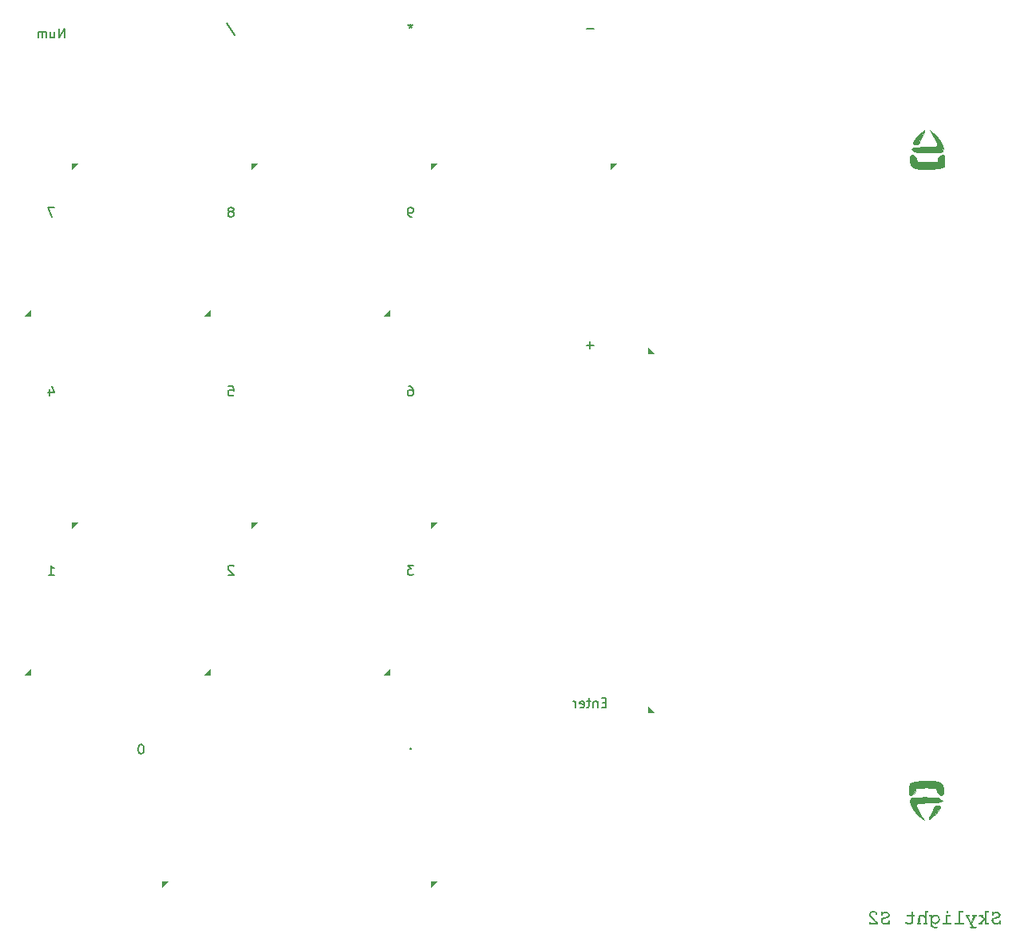
<source format=gbr>
G04 #@! TF.GenerationSoftware,KiCad,Pcbnew,(6.0.5)*
G04 #@! TF.CreationDate,2022-05-22T00:57:22-06:00*
G04 #@! TF.ProjectId,base,62617365-2e6b-4696-9361-645f70636258,rev?*
G04 #@! TF.SameCoordinates,Original*
G04 #@! TF.FileFunction,Legend,Bot*
G04 #@! TF.FilePolarity,Positive*
%FSLAX46Y46*%
G04 Gerber Fmt 4.6, Leading zero omitted, Abs format (unit mm)*
G04 Created by KiCad (PCBNEW (6.0.5)) date 2022-05-22 00:57:22*
%MOMM*%
%LPD*%
G01*
G04 APERTURE LIST*
%ADD10C,0.150000*%
%ADD11C,0.100000*%
%ADD12C,0.010000*%
G04 APERTURE END LIST*
D10*
X109251785Y-114152380D02*
X109823214Y-114152380D01*
X109537500Y-114152380D02*
X109537500Y-113152380D01*
X109632738Y-113295238D01*
X109727976Y-113390476D01*
X109823214Y-113438095D01*
X147637500Y-55652380D02*
X147637500Y-55890476D01*
X147875595Y-55795238D02*
X147637500Y-55890476D01*
X147399404Y-55795238D01*
X147780357Y-56080952D02*
X147637500Y-55890476D01*
X147494642Y-56080952D01*
X147970833Y-113152380D02*
X147351785Y-113152380D01*
X147685119Y-113533333D01*
X147542261Y-113533333D01*
X147447023Y-113580952D01*
X147399404Y-113628571D01*
X147351785Y-113723809D01*
X147351785Y-113961904D01*
X147399404Y-114057142D01*
X147447023Y-114104761D01*
X147542261Y-114152380D01*
X147827976Y-114152380D01*
X147923214Y-114104761D01*
X147970833Y-114057142D01*
X128158928Y-55604761D02*
X129016071Y-56890476D01*
X167068452Y-89765178D02*
X166306547Y-89765178D01*
X166687500Y-90146130D02*
X166687500Y-89384226D01*
X109870833Y-75152380D02*
X109204166Y-75152380D01*
X109632738Y-76152380D01*
X147637500Y-132557142D02*
X147589880Y-132604761D01*
X147637500Y-132652380D01*
X147685119Y-132604761D01*
X147637500Y-132557142D01*
X147637500Y-132652380D01*
X167068452Y-56205428D02*
X166306547Y-56205428D01*
X168377976Y-127722321D02*
X168044642Y-127722321D01*
X167901785Y-128246130D02*
X168377976Y-128246130D01*
X168377976Y-127246130D01*
X167901785Y-127246130D01*
X167473214Y-127579464D02*
X167473214Y-128246130D01*
X167473214Y-127674702D02*
X167425595Y-127627083D01*
X167330357Y-127579464D01*
X167187500Y-127579464D01*
X167092261Y-127627083D01*
X167044642Y-127722321D01*
X167044642Y-128246130D01*
X166711309Y-127579464D02*
X166330357Y-127579464D01*
X166568452Y-127246130D02*
X166568452Y-128103273D01*
X166520833Y-128198511D01*
X166425595Y-128246130D01*
X166330357Y-128246130D01*
X165616071Y-128198511D02*
X165711309Y-128246130D01*
X165901785Y-128246130D01*
X165997023Y-128198511D01*
X166044642Y-128103273D01*
X166044642Y-127722321D01*
X165997023Y-127627083D01*
X165901785Y-127579464D01*
X165711309Y-127579464D01*
X165616071Y-127627083D01*
X165568452Y-127722321D01*
X165568452Y-127817559D01*
X166044642Y-127912797D01*
X165139880Y-128246130D02*
X165139880Y-127579464D01*
X165139880Y-127769940D02*
X165092261Y-127674702D01*
X165044642Y-127627083D01*
X164949404Y-127579464D01*
X164854166Y-127579464D01*
X147827976Y-76152380D02*
X147637500Y-76152380D01*
X147542261Y-76104761D01*
X147494642Y-76057142D01*
X147399404Y-75914285D01*
X147351785Y-75723809D01*
X147351785Y-75342857D01*
X147399404Y-75247619D01*
X147447023Y-75200000D01*
X147542261Y-75152380D01*
X147732738Y-75152380D01*
X147827976Y-75200000D01*
X147875595Y-75247619D01*
X147923214Y-75342857D01*
X147923214Y-75580952D01*
X147875595Y-75676190D01*
X147827976Y-75723809D01*
X147732738Y-75771428D01*
X147542261Y-75771428D01*
X147447023Y-75723809D01*
X147399404Y-75676190D01*
X147351785Y-75580952D01*
X109347023Y-94485714D02*
X109347023Y-95152380D01*
X109585119Y-94104761D02*
X109823214Y-94819047D01*
X109204166Y-94819047D01*
X128349404Y-94152380D02*
X128825595Y-94152380D01*
X128873214Y-94628571D01*
X128825595Y-94580952D01*
X128730357Y-94533333D01*
X128492261Y-94533333D01*
X128397023Y-94580952D01*
X128349404Y-94628571D01*
X128301785Y-94723809D01*
X128301785Y-94961904D01*
X128349404Y-95057142D01*
X128397023Y-95104761D01*
X128492261Y-95152380D01*
X128730357Y-95152380D01*
X128825595Y-95104761D01*
X128873214Y-95057142D01*
X110942261Y-57152380D02*
X110942261Y-56152380D01*
X110370833Y-57152380D01*
X110370833Y-56152380D01*
X109466071Y-56485714D02*
X109466071Y-57152380D01*
X109894642Y-56485714D02*
X109894642Y-57009523D01*
X109847023Y-57104761D01*
X109751785Y-57152380D01*
X109608928Y-57152380D01*
X109513690Y-57104761D01*
X109466071Y-57057142D01*
X108989880Y-57152380D02*
X108989880Y-56485714D01*
X108989880Y-56580952D02*
X108942261Y-56533333D01*
X108847023Y-56485714D01*
X108704166Y-56485714D01*
X108608928Y-56533333D01*
X108561309Y-56628571D01*
X108561309Y-57152380D01*
X108561309Y-56628571D02*
X108513690Y-56533333D01*
X108418452Y-56485714D01*
X108275595Y-56485714D01*
X108180357Y-56533333D01*
X108132738Y-56628571D01*
X108132738Y-57152380D01*
X128682738Y-75580952D02*
X128777976Y-75533333D01*
X128825595Y-75485714D01*
X128873214Y-75390476D01*
X128873214Y-75342857D01*
X128825595Y-75247619D01*
X128777976Y-75200000D01*
X128682738Y-75152380D01*
X128492261Y-75152380D01*
X128397023Y-75200000D01*
X128349404Y-75247619D01*
X128301785Y-75342857D01*
X128301785Y-75390476D01*
X128349404Y-75485714D01*
X128397023Y-75533333D01*
X128492261Y-75580952D01*
X128682738Y-75580952D01*
X128777976Y-75628571D01*
X128825595Y-75676190D01*
X128873214Y-75771428D01*
X128873214Y-75961904D01*
X128825595Y-76057142D01*
X128777976Y-76104761D01*
X128682738Y-76152380D01*
X128492261Y-76152380D01*
X128397023Y-76104761D01*
X128349404Y-76057142D01*
X128301785Y-75961904D01*
X128301785Y-75771428D01*
X128349404Y-75676190D01*
X128397023Y-75628571D01*
X128492261Y-75580952D01*
X128873214Y-113247619D02*
X128825595Y-113200000D01*
X128730357Y-113152380D01*
X128492261Y-113152380D01*
X128397023Y-113200000D01*
X128349404Y-113247619D01*
X128301785Y-113342857D01*
X128301785Y-113438095D01*
X128349404Y-113580952D01*
X128920833Y-114152380D01*
X128301785Y-114152380D01*
X147447023Y-94152380D02*
X147637500Y-94152380D01*
X147732738Y-94200000D01*
X147780357Y-94247619D01*
X147875595Y-94390476D01*
X147923214Y-94580952D01*
X147923214Y-94961904D01*
X147875595Y-95057142D01*
X147827976Y-95104761D01*
X147732738Y-95152380D01*
X147542261Y-95152380D01*
X147447023Y-95104761D01*
X147399404Y-95057142D01*
X147351785Y-94961904D01*
X147351785Y-94723809D01*
X147399404Y-94628571D01*
X147447023Y-94580952D01*
X147542261Y-94533333D01*
X147732738Y-94533333D01*
X147827976Y-94580952D01*
X147875595Y-94628571D01*
X147923214Y-94723809D01*
X119110119Y-132152380D02*
X119014880Y-132152380D01*
X118919642Y-132200000D01*
X118872023Y-132247619D01*
X118824404Y-132342857D01*
X118776785Y-132533333D01*
X118776785Y-132771428D01*
X118824404Y-132961904D01*
X118872023Y-133057142D01*
X118919642Y-133104761D01*
X119014880Y-133152380D01*
X119110119Y-133152380D01*
X119205357Y-133104761D01*
X119252976Y-133057142D01*
X119300595Y-132961904D01*
X119348214Y-132771428D01*
X119348214Y-132533333D01*
X119300595Y-132342857D01*
X119252976Y-132247619D01*
X119205357Y-132200000D01*
X119110119Y-132152380D01*
G36*
X168887500Y-71056250D02*
G01*
X168887500Y-70456250D01*
X169487500Y-70456250D01*
X168887500Y-71056250D01*
G37*
D11*
X168887500Y-71056250D02*
X168887500Y-70456250D01*
X169487500Y-70456250D01*
X168887500Y-71056250D01*
G36*
X121262500Y-147256250D02*
G01*
X121262500Y-146656250D01*
X121862500Y-146656250D01*
X121262500Y-147256250D01*
G37*
X121262500Y-147256250D02*
X121262500Y-146656250D01*
X121862500Y-146656250D01*
X121262500Y-147256250D01*
G36*
X130787500Y-71056250D02*
G01*
X130787500Y-70456250D01*
X131387500Y-70456250D01*
X130787500Y-71056250D01*
G37*
X130787500Y-71056250D02*
X130787500Y-70456250D01*
X131387500Y-70456250D01*
X130787500Y-71056250D01*
G36*
X145437500Y-86706250D02*
G01*
X144837500Y-86706250D01*
X145437500Y-86106250D01*
X145437500Y-86706250D01*
G37*
X145437500Y-86706250D02*
X144837500Y-86706250D01*
X145437500Y-86106250D01*
X145437500Y-86706250D01*
G36*
X107337500Y-86706250D02*
G01*
X106737500Y-86706250D01*
X107337500Y-86106250D01*
X107337500Y-86706250D01*
G37*
X107337500Y-86706250D02*
X106737500Y-86706250D01*
X107337500Y-86106250D01*
X107337500Y-86706250D01*
G36*
X126387500Y-86706250D02*
G01*
X125787500Y-86706250D01*
X126387500Y-86106250D01*
X126387500Y-86706250D01*
G37*
X126387500Y-86706250D02*
X125787500Y-86706250D01*
X126387500Y-86106250D01*
X126387500Y-86706250D01*
G36*
X130787500Y-109156250D02*
G01*
X130787500Y-108556250D01*
X131387500Y-108556250D01*
X130787500Y-109156250D01*
G37*
X130787500Y-109156250D02*
X130787500Y-108556250D01*
X131387500Y-108556250D01*
X130787500Y-109156250D01*
G36*
X107337500Y-124806250D02*
G01*
X106737500Y-124806250D01*
X107337500Y-124206250D01*
X107337500Y-124806250D01*
G37*
X107337500Y-124806250D02*
X106737500Y-124806250D01*
X107337500Y-124206250D01*
X107337500Y-124806250D01*
G36*
X145437500Y-124806250D02*
G01*
X144837500Y-124806250D01*
X145437500Y-124206250D01*
X145437500Y-124806250D01*
G37*
X145437500Y-124806250D02*
X144837500Y-124806250D01*
X145437500Y-124206250D01*
X145437500Y-124806250D01*
G36*
X149837500Y-109156250D02*
G01*
X149837500Y-108556250D01*
X150437500Y-108556250D01*
X149837500Y-109156250D01*
G37*
X149837500Y-109156250D02*
X149837500Y-108556250D01*
X150437500Y-108556250D01*
X149837500Y-109156250D01*
G36*
X126387500Y-124806250D02*
G01*
X125787500Y-124806250D01*
X126387500Y-124206250D01*
X126387500Y-124806250D01*
G37*
X126387500Y-124806250D02*
X125787500Y-124806250D01*
X126387500Y-124206250D01*
X126387500Y-124806250D01*
G36*
X111737500Y-109156250D02*
G01*
X111737500Y-108556250D01*
X112337500Y-108556250D01*
X111737500Y-109156250D01*
G37*
X111737500Y-109156250D02*
X111737500Y-108556250D01*
X112337500Y-108556250D01*
X111737500Y-109156250D01*
G36*
X173450000Y-128768750D02*
G01*
X172850000Y-128768750D01*
X172850000Y-128168750D01*
X173450000Y-128768750D01*
G37*
X173450000Y-128768750D02*
X172850000Y-128768750D01*
X172850000Y-128168750D01*
X173450000Y-128768750D01*
G36*
X173450000Y-90668750D02*
G01*
X172850000Y-90668750D01*
X172850000Y-90068750D01*
X173450000Y-90668750D01*
G37*
X173450000Y-90668750D02*
X172850000Y-90668750D01*
X172850000Y-90068750D01*
X173450000Y-90668750D01*
G36*
X149837500Y-147256250D02*
G01*
X149837500Y-146656250D01*
X150437500Y-146656250D01*
X149837500Y-147256250D01*
G37*
X149837500Y-147256250D02*
X149837500Y-146656250D01*
X150437500Y-146656250D01*
X149837500Y-147256250D01*
G36*
X204183324Y-69571418D02*
G01*
X204239517Y-69676324D01*
X204256781Y-69904641D01*
X204245858Y-70278878D01*
X204220333Y-70820254D01*
X203881667Y-70939172D01*
X203754212Y-70973249D01*
X203446295Y-71025427D01*
X203057765Y-71068782D01*
X202643169Y-71096391D01*
X202238257Y-71104391D01*
X201643500Y-71071810D01*
X201183428Y-70982505D01*
X200867031Y-70838582D01*
X200703300Y-70642144D01*
X200685042Y-70587813D01*
X200635859Y-70320559D01*
X200625910Y-70026348D01*
X200654175Y-69769307D01*
X200719637Y-69613563D01*
X200846936Y-69570830D01*
X201022440Y-69637439D01*
X201196880Y-69788692D01*
X201330613Y-69989350D01*
X201384000Y-70204172D01*
X201389030Y-70245787D01*
X201429222Y-70294688D01*
X201532267Y-70326387D01*
X201724779Y-70344524D01*
X202033374Y-70352737D01*
X202484667Y-70354666D01*
X202865562Y-70353664D01*
X203196392Y-70347543D01*
X203406892Y-70332310D01*
X203523954Y-70303997D01*
X203574470Y-70258635D01*
X203585333Y-70192258D01*
X203593007Y-70067734D01*
X203694474Y-69814033D01*
X203935781Y-69628908D01*
X204077464Y-69567410D01*
X204183324Y-69571418D01*
G37*
D12*
X204183324Y-69571418D02*
X204239517Y-69676324D01*
X204256781Y-69904641D01*
X204245858Y-70278878D01*
X204220333Y-70820254D01*
X203881667Y-70939172D01*
X203754212Y-70973249D01*
X203446295Y-71025427D01*
X203057765Y-71068782D01*
X202643169Y-71096391D01*
X202238257Y-71104391D01*
X201643500Y-71071810D01*
X201183428Y-70982505D01*
X200867031Y-70838582D01*
X200703300Y-70642144D01*
X200685042Y-70587813D01*
X200635859Y-70320559D01*
X200625910Y-70026348D01*
X200654175Y-69769307D01*
X200719637Y-69613563D01*
X200846936Y-69570830D01*
X201022440Y-69637439D01*
X201196880Y-69788692D01*
X201330613Y-69989350D01*
X201384000Y-70204172D01*
X201389030Y-70245787D01*
X201429222Y-70294688D01*
X201532267Y-70326387D01*
X201724779Y-70344524D01*
X202033374Y-70352737D01*
X202484667Y-70354666D01*
X202865562Y-70353664D01*
X203196392Y-70347543D01*
X203406892Y-70332310D01*
X203523954Y-70303997D01*
X203574470Y-70258635D01*
X203585333Y-70192258D01*
X203593007Y-70067734D01*
X203694474Y-69814033D01*
X203935781Y-69628908D01*
X204077464Y-69567410D01*
X204183324Y-69571418D01*
G36*
X202164702Y-67019640D02*
G01*
X202109835Y-67180476D01*
X201992948Y-67412500D01*
X201891048Y-67603912D01*
X201741597Y-67920063D01*
X201639931Y-68179257D01*
X201630228Y-68209334D01*
X201550468Y-68401124D01*
X201448319Y-68475523D01*
X201270030Y-68475591D01*
X201069312Y-68427935D01*
X200969558Y-68313858D01*
X201007642Y-68129431D01*
X201185244Y-67867811D01*
X201504044Y-67522153D01*
X201633670Y-67394999D01*
X201870772Y-67175836D01*
X202053633Y-67024473D01*
X202150646Y-66968000D01*
X202164702Y-67019640D01*
G37*
X202164702Y-67019640D02*
X202109835Y-67180476D01*
X201992948Y-67412500D01*
X201891048Y-67603912D01*
X201741597Y-67920063D01*
X201639931Y-68179257D01*
X201630228Y-68209334D01*
X201550468Y-68401124D01*
X201448319Y-68475523D01*
X201270030Y-68475591D01*
X201069312Y-68427935D01*
X200969558Y-68313858D01*
X201007642Y-68129431D01*
X201185244Y-67867811D01*
X201504044Y-67522153D01*
X201633670Y-67394999D01*
X201870772Y-67175836D01*
X202053633Y-67024473D01*
X202150646Y-66968000D01*
X202164702Y-67019640D01*
G36*
X203020452Y-67189792D02*
G01*
X203322116Y-67467837D01*
X203641558Y-67841143D01*
X203895441Y-68226526D01*
X204067392Y-68594159D01*
X204141041Y-68914209D01*
X204100015Y-69156848D01*
X204069420Y-69207605D01*
X204012922Y-69260835D01*
X203916451Y-69297293D01*
X203754136Y-69320140D01*
X203500105Y-69332542D01*
X203128487Y-69337663D01*
X202613409Y-69338666D01*
X202193971Y-69338129D01*
X201791415Y-69333989D01*
X201507318Y-69322647D01*
X201313231Y-69300514D01*
X201180708Y-69264004D01*
X201081298Y-69209528D01*
X200986554Y-69133499D01*
X200749000Y-68928331D01*
X200987345Y-68837166D01*
X200994917Y-68834453D01*
X201180050Y-68800003D01*
X201490063Y-68771889D01*
X201883581Y-68752944D01*
X202319232Y-68746000D01*
X202397135Y-68745993D01*
X202821264Y-68744482D01*
X203108851Y-68736832D01*
X203288372Y-68718029D01*
X203388308Y-68683060D01*
X203437134Y-68626909D01*
X203463331Y-68544564D01*
X203464239Y-68398884D01*
X203372854Y-68097473D01*
X203179320Y-67699632D01*
X202890838Y-67222000D01*
X202697777Y-66925666D01*
X203020452Y-67189792D01*
G37*
X203020452Y-67189792D02*
X203322116Y-67467837D01*
X203641558Y-67841143D01*
X203895441Y-68226526D01*
X204067392Y-68594159D01*
X204141041Y-68914209D01*
X204100015Y-69156848D01*
X204069420Y-69207605D01*
X204012922Y-69260835D01*
X203916451Y-69297293D01*
X203754136Y-69320140D01*
X203500105Y-69332542D01*
X203128487Y-69337663D01*
X202613409Y-69338666D01*
X202193971Y-69338129D01*
X201791415Y-69333989D01*
X201507318Y-69322647D01*
X201313231Y-69300514D01*
X201180708Y-69264004D01*
X201081298Y-69209528D01*
X200986554Y-69133499D01*
X200749000Y-68928331D01*
X200987345Y-68837166D01*
X200994917Y-68834453D01*
X201180050Y-68800003D01*
X201490063Y-68771889D01*
X201883581Y-68752944D01*
X202319232Y-68746000D01*
X202397135Y-68745993D01*
X202821264Y-68744482D01*
X203108851Y-68736832D01*
X203288372Y-68718029D01*
X203388308Y-68683060D01*
X203437134Y-68626909D01*
X203463331Y-68544564D01*
X203464239Y-68398884D01*
X203372854Y-68097473D01*
X203179320Y-67699632D01*
X202890838Y-67222000D01*
X202697777Y-66925666D01*
X203020452Y-67189792D01*
G36*
X203156500Y-136028190D02*
G01*
X203616572Y-136117495D01*
X203932969Y-136261418D01*
X204096700Y-136457856D01*
X204114958Y-136512187D01*
X204164141Y-136779441D01*
X204174090Y-137073652D01*
X204145825Y-137330693D01*
X204080363Y-137486437D01*
X203953064Y-137529170D01*
X203777560Y-137462561D01*
X203603120Y-137311308D01*
X203469387Y-137110650D01*
X203416000Y-136895828D01*
X203410970Y-136854213D01*
X203370778Y-136805312D01*
X203267733Y-136773613D01*
X203075221Y-136755476D01*
X202766626Y-136747263D01*
X202315333Y-136745334D01*
X201934438Y-136746336D01*
X201603608Y-136752457D01*
X201393108Y-136767690D01*
X201276046Y-136796003D01*
X201225530Y-136841365D01*
X201214667Y-136907742D01*
X201206993Y-137032266D01*
X201105526Y-137285967D01*
X200864219Y-137471092D01*
X200722536Y-137532590D01*
X200616676Y-137528582D01*
X200560483Y-137423676D01*
X200543219Y-137195359D01*
X200554142Y-136821122D01*
X200579667Y-136279746D01*
X200918333Y-136160828D01*
X201045788Y-136126751D01*
X201353705Y-136074573D01*
X201742235Y-136031218D01*
X202156831Y-136003609D01*
X202561743Y-135995609D01*
X203156500Y-136028190D01*
G37*
X203156500Y-136028190D02*
X203616572Y-136117495D01*
X203932969Y-136261418D01*
X204096700Y-136457856D01*
X204114958Y-136512187D01*
X204164141Y-136779441D01*
X204174090Y-137073652D01*
X204145825Y-137330693D01*
X204080363Y-137486437D01*
X203953064Y-137529170D01*
X203777560Y-137462561D01*
X203603120Y-137311308D01*
X203469387Y-137110650D01*
X203416000Y-136895828D01*
X203410970Y-136854213D01*
X203370778Y-136805312D01*
X203267733Y-136773613D01*
X203075221Y-136755476D01*
X202766626Y-136747263D01*
X202315333Y-136745334D01*
X201934438Y-136746336D01*
X201603608Y-136752457D01*
X201393108Y-136767690D01*
X201276046Y-136796003D01*
X201225530Y-136841365D01*
X201214667Y-136907742D01*
X201206993Y-137032266D01*
X201105526Y-137285967D01*
X200864219Y-137471092D01*
X200722536Y-137532590D01*
X200616676Y-137528582D01*
X200560483Y-137423676D01*
X200543219Y-137195359D01*
X200554142Y-136821122D01*
X200579667Y-136279746D01*
X200918333Y-136160828D01*
X201045788Y-136126751D01*
X201353705Y-136074573D01*
X201742235Y-136031218D01*
X202156831Y-136003609D01*
X202561743Y-135995609D01*
X203156500Y-136028190D01*
G36*
X203730688Y-138672065D02*
G01*
X203830442Y-138786142D01*
X203792358Y-138970569D01*
X203614756Y-139232189D01*
X203295956Y-139577847D01*
X203166330Y-139705001D01*
X202929228Y-139924164D01*
X202746367Y-140075527D01*
X202649354Y-140132000D01*
X202635298Y-140080360D01*
X202690165Y-139919524D01*
X202807052Y-139687500D01*
X202908952Y-139496088D01*
X203058403Y-139179937D01*
X203160069Y-138920743D01*
X203169772Y-138890666D01*
X203249532Y-138698876D01*
X203351681Y-138624477D01*
X203529970Y-138624409D01*
X203730688Y-138672065D01*
G37*
X203730688Y-138672065D02*
X203830442Y-138786142D01*
X203792358Y-138970569D01*
X203614756Y-139232189D01*
X203295956Y-139577847D01*
X203166330Y-139705001D01*
X202929228Y-139924164D01*
X202746367Y-140075527D01*
X202649354Y-140132000D01*
X202635298Y-140080360D01*
X202690165Y-139919524D01*
X202807052Y-139687500D01*
X202908952Y-139496088D01*
X203058403Y-139179937D01*
X203160069Y-138920743D01*
X203169772Y-138890666D01*
X203249532Y-138698876D01*
X203351681Y-138624477D01*
X203529970Y-138624409D01*
X203730688Y-138672065D01*
G36*
X202606029Y-137761871D02*
G01*
X203008585Y-137766011D01*
X203292682Y-137777353D01*
X203486769Y-137799486D01*
X203619292Y-137835996D01*
X203718702Y-137890472D01*
X203813446Y-137966501D01*
X204051000Y-138171669D01*
X203812655Y-138262834D01*
X203805083Y-138265547D01*
X203619950Y-138299997D01*
X203309937Y-138328111D01*
X202916419Y-138347056D01*
X202480768Y-138354000D01*
X202402865Y-138354007D01*
X201978736Y-138355518D01*
X201691149Y-138363168D01*
X201511628Y-138381971D01*
X201411692Y-138416940D01*
X201362866Y-138473091D01*
X201336669Y-138555436D01*
X201335761Y-138701116D01*
X201427146Y-139002527D01*
X201620680Y-139400368D01*
X201909162Y-139878000D01*
X202102223Y-140174334D01*
X201779548Y-139910208D01*
X201477884Y-139632163D01*
X201158442Y-139258857D01*
X200904559Y-138873474D01*
X200732608Y-138505841D01*
X200658959Y-138185791D01*
X200699985Y-137943152D01*
X200730580Y-137892395D01*
X200787078Y-137839165D01*
X200883549Y-137802707D01*
X201045864Y-137779860D01*
X201299895Y-137767458D01*
X201671513Y-137762337D01*
X202186591Y-137761334D01*
X202606029Y-137761871D01*
G37*
X202606029Y-137761871D02*
X203008585Y-137766011D01*
X203292682Y-137777353D01*
X203486769Y-137799486D01*
X203619292Y-137835996D01*
X203718702Y-137890472D01*
X203813446Y-137966501D01*
X204051000Y-138171669D01*
X203812655Y-138262834D01*
X203805083Y-138265547D01*
X203619950Y-138299997D01*
X203309937Y-138328111D01*
X202916419Y-138347056D01*
X202480768Y-138354000D01*
X202402865Y-138354007D01*
X201978736Y-138355518D01*
X201691149Y-138363168D01*
X201511628Y-138381971D01*
X201411692Y-138416940D01*
X201362866Y-138473091D01*
X201336669Y-138555436D01*
X201335761Y-138701116D01*
X201427146Y-139002527D01*
X201620680Y-139400368D01*
X201909162Y-139878000D01*
X202102223Y-140174334D01*
X201779548Y-139910208D01*
X201477884Y-139632163D01*
X201158442Y-139258857D01*
X200904559Y-138873474D01*
X200732608Y-138505841D01*
X200658959Y-138185791D01*
X200699985Y-137943152D01*
X200730580Y-137892395D01*
X200787078Y-137839165D01*
X200883549Y-137802707D01*
X201045864Y-137779860D01*
X201299895Y-137767458D01*
X201671513Y-137762337D01*
X202186591Y-137761334D01*
X202606029Y-137761871D01*
G36*
X149837500Y-71056250D02*
G01*
X149837500Y-70456250D01*
X150437500Y-70456250D01*
X149837500Y-71056250D01*
G37*
D11*
X149837500Y-71056250D02*
X149837500Y-70456250D01*
X150437500Y-70456250D01*
X149837500Y-71056250D01*
G36*
X111737500Y-71056250D02*
G01*
X111737500Y-70456250D01*
X112337500Y-70456250D01*
X111737500Y-71056250D01*
G37*
X111737500Y-71056250D02*
X111737500Y-70456250D01*
X112337500Y-70456250D01*
X111737500Y-71056250D01*
G36*
X204604429Y-150026285D02*
G01*
X204477429Y-150026285D01*
X204477429Y-149790428D01*
X204604429Y-149790428D01*
X204604429Y-150026285D01*
G37*
D12*
X204604429Y-150026285D02*
X204477429Y-150026285D01*
X204477429Y-149790428D01*
X204604429Y-149790428D01*
X204604429Y-150026285D01*
G36*
X206727143Y-150248442D02*
G01*
X206783996Y-150250440D01*
X206837680Y-150254362D01*
X206867814Y-150261504D01*
X206881829Y-150273978D01*
X206887155Y-150293893D01*
X206888392Y-150305102D01*
X206883762Y-150324677D01*
X206860598Y-150332986D01*
X206810047Y-150334714D01*
X206784506Y-150335594D01*
X206743374Y-150342055D01*
X206727143Y-150352730D01*
X206727164Y-150353104D01*
X206735602Y-150375900D01*
X206757331Y-150424093D01*
X206789447Y-150491876D01*
X206829046Y-150573439D01*
X206873224Y-150662974D01*
X206919078Y-150754671D01*
X206963703Y-150842722D01*
X207004196Y-150921318D01*
X207037654Y-150984649D01*
X207061171Y-151026908D01*
X207071845Y-151042286D01*
X207074428Y-151039501D01*
X207090921Y-151011795D01*
X207119980Y-150958170D01*
X207159148Y-150883297D01*
X207205966Y-150791850D01*
X207257977Y-150688500D01*
X207434594Y-150334714D01*
X207352442Y-150334714D01*
X207329290Y-150334195D01*
X207280766Y-150325802D01*
X207259144Y-150305669D01*
X207255984Y-150294305D01*
X207263240Y-150270241D01*
X207296243Y-150255234D01*
X207358336Y-150248297D01*
X207452857Y-150248442D01*
X207509710Y-150250440D01*
X207563394Y-150254362D01*
X207593529Y-150261504D01*
X207607544Y-150273978D01*
X207612869Y-150293893D01*
X207613555Y-150299399D01*
X207607854Y-150327486D01*
X207576268Y-150334714D01*
X207568136Y-150335638D01*
X207552807Y-150343439D01*
X207534792Y-150362217D01*
X207511917Y-150395592D01*
X207482007Y-150447184D01*
X207442887Y-150520614D01*
X207392383Y-150619500D01*
X207328321Y-150747464D01*
X207122773Y-151160214D01*
X207201636Y-151323500D01*
X207280500Y-151486786D01*
X207448321Y-151492002D01*
X207512450Y-151494358D01*
X207567977Y-151498378D01*
X207599252Y-151505030D01*
X207613049Y-151515963D01*
X207616143Y-151532823D01*
X207615103Y-151543608D01*
X207608180Y-151553627D01*
X207590283Y-151560514D01*
X207556350Y-151564853D01*
X207501320Y-151567229D01*
X207420128Y-151568226D01*
X207307714Y-151568428D01*
X207209508Y-151568300D01*
X207124159Y-151567481D01*
X207065691Y-151565374D01*
X207029038Y-151561383D01*
X207009130Y-151554911D01*
X207000902Y-151545363D01*
X206999286Y-151532143D01*
X206999317Y-151529536D01*
X207005782Y-151508089D01*
X207029908Y-151498231D01*
X207080928Y-151495857D01*
X207097580Y-151495549D01*
X207145529Y-151488778D01*
X207162571Y-151474093D01*
X207157747Y-151460248D01*
X207138600Y-151416595D01*
X207106606Y-151347416D01*
X207063617Y-151256616D01*
X207011482Y-151148097D01*
X206952056Y-151025765D01*
X206887188Y-150893521D01*
X206847536Y-150813260D01*
X206776436Y-150670771D01*
X206718594Y-150557304D01*
X206672581Y-150470271D01*
X206636965Y-150407083D01*
X206610315Y-150365153D01*
X206591200Y-150341892D01*
X206578190Y-150334714D01*
X206569229Y-150333905D01*
X206540506Y-150316299D01*
X206531271Y-150286798D01*
X206547606Y-150260218D01*
X206553605Y-150257665D01*
X206592217Y-150251458D01*
X206653473Y-150248160D01*
X206727143Y-150248442D01*
G37*
X206727143Y-150248442D02*
X206783996Y-150250440D01*
X206837680Y-150254362D01*
X206867814Y-150261504D01*
X206881829Y-150273978D01*
X206887155Y-150293893D01*
X206888392Y-150305102D01*
X206883762Y-150324677D01*
X206860598Y-150332986D01*
X206810047Y-150334714D01*
X206784506Y-150335594D01*
X206743374Y-150342055D01*
X206727143Y-150352730D01*
X206727164Y-150353104D01*
X206735602Y-150375900D01*
X206757331Y-150424093D01*
X206789447Y-150491876D01*
X206829046Y-150573439D01*
X206873224Y-150662974D01*
X206919078Y-150754671D01*
X206963703Y-150842722D01*
X207004196Y-150921318D01*
X207037654Y-150984649D01*
X207061171Y-151026908D01*
X207071845Y-151042286D01*
X207074428Y-151039501D01*
X207090921Y-151011795D01*
X207119980Y-150958170D01*
X207159148Y-150883297D01*
X207205966Y-150791850D01*
X207257977Y-150688500D01*
X207434594Y-150334714D01*
X207352442Y-150334714D01*
X207329290Y-150334195D01*
X207280766Y-150325802D01*
X207259144Y-150305669D01*
X207255984Y-150294305D01*
X207263240Y-150270241D01*
X207296243Y-150255234D01*
X207358336Y-150248297D01*
X207452857Y-150248442D01*
X207509710Y-150250440D01*
X207563394Y-150254362D01*
X207593529Y-150261504D01*
X207607544Y-150273978D01*
X207612869Y-150293893D01*
X207613555Y-150299399D01*
X207607854Y-150327486D01*
X207576268Y-150334714D01*
X207568136Y-150335638D01*
X207552807Y-150343439D01*
X207534792Y-150362217D01*
X207511917Y-150395592D01*
X207482007Y-150447184D01*
X207442887Y-150520614D01*
X207392383Y-150619500D01*
X207328321Y-150747464D01*
X207122773Y-151160214D01*
X207201636Y-151323500D01*
X207280500Y-151486786D01*
X207448321Y-151492002D01*
X207512450Y-151494358D01*
X207567977Y-151498378D01*
X207599252Y-151505030D01*
X207613049Y-151515963D01*
X207616143Y-151532823D01*
X207615103Y-151543608D01*
X207608180Y-151553627D01*
X207590283Y-151560514D01*
X207556350Y-151564853D01*
X207501320Y-151567229D01*
X207420128Y-151568226D01*
X207307714Y-151568428D01*
X207209508Y-151568300D01*
X207124159Y-151567481D01*
X207065691Y-151565374D01*
X207029038Y-151561383D01*
X207009130Y-151554911D01*
X207000902Y-151545363D01*
X206999286Y-151532143D01*
X206999317Y-151529536D01*
X207005782Y-151508089D01*
X207029908Y-151498231D01*
X207080928Y-151495857D01*
X207097580Y-151495549D01*
X207145529Y-151488778D01*
X207162571Y-151474093D01*
X207157747Y-151460248D01*
X207138600Y-151416595D01*
X207106606Y-151347416D01*
X207063617Y-151256616D01*
X207011482Y-151148097D01*
X206952056Y-151025765D01*
X206887188Y-150893521D01*
X206847536Y-150813260D01*
X206776436Y-150670771D01*
X206718594Y-150557304D01*
X206672581Y-150470271D01*
X206636965Y-150407083D01*
X206610315Y-150365153D01*
X206591200Y-150341892D01*
X206578190Y-150334714D01*
X206569229Y-150333905D01*
X206540506Y-150316299D01*
X206531271Y-150286798D01*
X206547606Y-150260218D01*
X206553605Y-150257665D01*
X206592217Y-150251458D01*
X206653473Y-150248160D01*
X206727143Y-150248442D01*
G36*
X204807973Y-150251600D02*
G01*
X204853130Y-150261937D01*
X204872796Y-150279637D01*
X204870713Y-150305669D01*
X204859497Y-150319538D01*
X204832534Y-150328782D01*
X204783285Y-150333434D01*
X204704784Y-150334714D01*
X204550000Y-150334714D01*
X204550000Y-151078571D01*
X204748501Y-151078571D01*
X204772096Y-151078626D01*
X204861722Y-151080693D01*
X204920737Y-151086781D01*
X204953757Y-151098298D01*
X204965395Y-151116656D01*
X204960267Y-151143264D01*
X204959815Y-151144311D01*
X204950902Y-151152504D01*
X204930372Y-151158624D01*
X204894115Y-151162868D01*
X204838021Y-151165436D01*
X204757981Y-151166527D01*
X204649885Y-151166340D01*
X204509624Y-151165073D01*
X204470011Y-151164632D01*
X204341407Y-151163020D01*
X204243723Y-151161209D01*
X204172713Y-151158801D01*
X204124134Y-151155399D01*
X204093739Y-151150608D01*
X204077284Y-151144030D01*
X204070524Y-151135269D01*
X204069214Y-151123928D01*
X204069330Y-151119213D01*
X204073673Y-151104585D01*
X204088971Y-151094947D01*
X204121554Y-151088951D01*
X204177757Y-151085250D01*
X204263911Y-151082497D01*
X204458608Y-151077350D01*
X204463482Y-150665211D01*
X204468357Y-150253071D01*
X204649786Y-150248474D01*
X204733586Y-150247657D01*
X204807973Y-150251600D01*
G37*
X204807973Y-150251600D02*
X204853130Y-150261937D01*
X204872796Y-150279637D01*
X204870713Y-150305669D01*
X204859497Y-150319538D01*
X204832534Y-150328782D01*
X204783285Y-150333434D01*
X204704784Y-150334714D01*
X204550000Y-150334714D01*
X204550000Y-151078571D01*
X204748501Y-151078571D01*
X204772096Y-151078626D01*
X204861722Y-151080693D01*
X204920737Y-151086781D01*
X204953757Y-151098298D01*
X204965395Y-151116656D01*
X204960267Y-151143264D01*
X204959815Y-151144311D01*
X204950902Y-151152504D01*
X204930372Y-151158624D01*
X204894115Y-151162868D01*
X204838021Y-151165436D01*
X204757981Y-151166527D01*
X204649885Y-151166340D01*
X204509624Y-151165073D01*
X204470011Y-151164632D01*
X204341407Y-151163020D01*
X204243723Y-151161209D01*
X204172713Y-151158801D01*
X204124134Y-151155399D01*
X204093739Y-151150608D01*
X204077284Y-151144030D01*
X204070524Y-151135269D01*
X204069214Y-151123928D01*
X204069330Y-151119213D01*
X204073673Y-151104585D01*
X204088971Y-151094947D01*
X204121554Y-151088951D01*
X204177757Y-151085250D01*
X204263911Y-151082497D01*
X204458608Y-151077350D01*
X204463482Y-150665211D01*
X204468357Y-150253071D01*
X204649786Y-150248474D01*
X204733586Y-150247657D01*
X204807973Y-150251600D01*
G36*
X209824464Y-149909959D02*
G01*
X209881422Y-149916873D01*
X209928084Y-149931962D01*
X209977671Y-149958089D01*
X210044637Y-150007249D01*
X210109767Y-150087260D01*
X210144702Y-150178187D01*
X210147568Y-150274461D01*
X210116488Y-150370509D01*
X210081783Y-150423055D01*
X210030142Y-150469430D01*
X209958638Y-150507469D01*
X209861797Y-150540028D01*
X209734145Y-150569963D01*
X209731045Y-150570597D01*
X209607682Y-150599300D01*
X209516247Y-150629828D01*
X209452504Y-150665390D01*
X209412218Y-150709193D01*
X209391152Y-150764446D01*
X209385071Y-150834356D01*
X209385144Y-150847075D01*
X209389844Y-150905558D01*
X209406036Y-150947178D01*
X209439500Y-150988285D01*
X209498815Y-151042854D01*
X209563030Y-151079824D01*
X209639170Y-151098836D01*
X209738857Y-151104399D01*
X209778471Y-151104066D01*
X209847708Y-151098974D01*
X209900986Y-151085573D01*
X209952198Y-151061040D01*
X210005004Y-151025817D01*
X210067821Y-150956345D01*
X210100992Y-150870308D01*
X210117979Y-150828380D01*
X210152952Y-150809614D01*
X210160398Y-150808621D01*
X210176403Y-150809446D01*
X210185887Y-150820717D01*
X210190185Y-150848890D01*
X210190633Y-150900420D01*
X210188566Y-150981761D01*
X210186764Y-151034545D01*
X210182763Y-151099386D01*
X210176432Y-151138472D01*
X210166432Y-151158434D01*
X210151427Y-151165905D01*
X210147771Y-151166465D01*
X210123145Y-151156649D01*
X210108388Y-151116475D01*
X210097280Y-151060934D01*
X210045529Y-151104479D01*
X209997096Y-151137910D01*
X209930678Y-151167162D01*
X209838643Y-151194319D01*
X209810445Y-151197652D01*
X209754426Y-151198644D01*
X209687967Y-151196091D01*
X209603904Y-151184148D01*
X209493301Y-151145123D01*
X209403303Y-151084346D01*
X209337042Y-151005903D01*
X209297649Y-150913882D01*
X209288256Y-150812367D01*
X209311993Y-150705445D01*
X209332842Y-150660258D01*
X209365638Y-150615521D01*
X209411531Y-150578324D01*
X209475125Y-150546438D01*
X209561021Y-150517635D01*
X209673820Y-150489687D01*
X209818123Y-150460365D01*
X209848835Y-150453757D01*
X209926617Y-150425532D01*
X209990480Y-150379731D01*
X209996771Y-150373916D01*
X210035102Y-150332359D01*
X210052350Y-150292480D01*
X210056357Y-150237330D01*
X210052123Y-150182156D01*
X210033765Y-150138137D01*
X209993662Y-150090616D01*
X209974331Y-150072326D01*
X209892444Y-150020776D01*
X209800182Y-149994279D01*
X209704582Y-149991559D01*
X209612680Y-150011340D01*
X209531512Y-150052345D01*
X209468115Y-150113299D01*
X209429525Y-150192925D01*
X209424436Y-150210136D01*
X209403770Y-150250199D01*
X209375301Y-150262143D01*
X209361811Y-150260635D01*
X209349891Y-150250493D01*
X209343236Y-150224742D01*
X209340344Y-150176494D01*
X209339714Y-150098857D01*
X209340066Y-150034475D01*
X209342328Y-149980845D01*
X209348048Y-149951089D01*
X209358760Y-149938300D01*
X209376000Y-149935571D01*
X209399457Y-149941535D01*
X209412286Y-149971857D01*
X209412323Y-149986131D01*
X209415449Y-150002011D01*
X209428668Y-150003300D01*
X209459214Y-149989035D01*
X209514322Y-149958250D01*
X209561986Y-149933816D01*
X209610483Y-149917733D01*
X209667924Y-149910216D01*
X209747929Y-149908357D01*
X209824464Y-149909959D01*
G37*
X209824464Y-149909959D02*
X209881422Y-149916873D01*
X209928084Y-149931962D01*
X209977671Y-149958089D01*
X210044637Y-150007249D01*
X210109767Y-150087260D01*
X210144702Y-150178187D01*
X210147568Y-150274461D01*
X210116488Y-150370509D01*
X210081783Y-150423055D01*
X210030142Y-150469430D01*
X209958638Y-150507469D01*
X209861797Y-150540028D01*
X209734145Y-150569963D01*
X209731045Y-150570597D01*
X209607682Y-150599300D01*
X209516247Y-150629828D01*
X209452504Y-150665390D01*
X209412218Y-150709193D01*
X209391152Y-150764446D01*
X209385071Y-150834356D01*
X209385144Y-150847075D01*
X209389844Y-150905558D01*
X209406036Y-150947178D01*
X209439500Y-150988285D01*
X209498815Y-151042854D01*
X209563030Y-151079824D01*
X209639170Y-151098836D01*
X209738857Y-151104399D01*
X209778471Y-151104066D01*
X209847708Y-151098974D01*
X209900986Y-151085573D01*
X209952198Y-151061040D01*
X210005004Y-151025817D01*
X210067821Y-150956345D01*
X210100992Y-150870308D01*
X210117979Y-150828380D01*
X210152952Y-150809614D01*
X210160398Y-150808621D01*
X210176403Y-150809446D01*
X210185887Y-150820717D01*
X210190185Y-150848890D01*
X210190633Y-150900420D01*
X210188566Y-150981761D01*
X210186764Y-151034545D01*
X210182763Y-151099386D01*
X210176432Y-151138472D01*
X210166432Y-151158434D01*
X210151427Y-151165905D01*
X210147771Y-151166465D01*
X210123145Y-151156649D01*
X210108388Y-151116475D01*
X210097280Y-151060934D01*
X210045529Y-151104479D01*
X209997096Y-151137910D01*
X209930678Y-151167162D01*
X209838643Y-151194319D01*
X209810445Y-151197652D01*
X209754426Y-151198644D01*
X209687967Y-151196091D01*
X209603904Y-151184148D01*
X209493301Y-151145123D01*
X209403303Y-151084346D01*
X209337042Y-151005903D01*
X209297649Y-150913882D01*
X209288256Y-150812367D01*
X209311993Y-150705445D01*
X209332842Y-150660258D01*
X209365638Y-150615521D01*
X209411531Y-150578324D01*
X209475125Y-150546438D01*
X209561021Y-150517635D01*
X209673820Y-150489687D01*
X209818123Y-150460365D01*
X209848835Y-150453757D01*
X209926617Y-150425532D01*
X209990480Y-150379731D01*
X209996771Y-150373916D01*
X210035102Y-150332359D01*
X210052350Y-150292480D01*
X210056357Y-150237330D01*
X210052123Y-150182156D01*
X210033765Y-150138137D01*
X209993662Y-150090616D01*
X209974331Y-150072326D01*
X209892444Y-150020776D01*
X209800182Y-149994279D01*
X209704582Y-149991559D01*
X209612680Y-150011340D01*
X209531512Y-150052345D01*
X209468115Y-150113299D01*
X209429525Y-150192925D01*
X209424436Y-150210136D01*
X209403770Y-150250199D01*
X209375301Y-150262143D01*
X209361811Y-150260635D01*
X209349891Y-150250493D01*
X209343236Y-150224742D01*
X209340344Y-150176494D01*
X209339714Y-150098857D01*
X209340066Y-150034475D01*
X209342328Y-149980845D01*
X209348048Y-149951089D01*
X209358760Y-149938300D01*
X209376000Y-149935571D01*
X209399457Y-149941535D01*
X209412286Y-149971857D01*
X209412323Y-149986131D01*
X209415449Y-150002011D01*
X209428668Y-150003300D01*
X209459214Y-149989035D01*
X209514322Y-149958250D01*
X209561986Y-149933816D01*
X209610483Y-149917733D01*
X209667924Y-149910216D01*
X209747929Y-149908357D01*
X209824464Y-149909959D01*
G36*
X198124537Y-149916553D02*
G01*
X198200987Y-149949616D01*
X198279599Y-150008557D01*
X198342917Y-150081784D01*
X198380635Y-150159522D01*
X198391168Y-150230644D01*
X198378658Y-150329963D01*
X198337074Y-150418635D01*
X198290926Y-150460629D01*
X198208630Y-150502418D01*
X198093753Y-150540766D01*
X197948170Y-150574919D01*
X197946670Y-150575217D01*
X197859106Y-150593529D01*
X197798310Y-150609602D01*
X197755376Y-150627041D01*
X197721396Y-150649451D01*
X197687464Y-150680437D01*
X197649340Y-150722359D01*
X197625723Y-150765805D01*
X197619429Y-150815159D01*
X197634822Y-150909709D01*
X197682626Y-150991526D01*
X197762251Y-151056273D01*
X197800172Y-151076828D01*
X197848381Y-151094671D01*
X197904301Y-151102903D01*
X197982140Y-151104653D01*
X198011938Y-151104121D01*
X198108351Y-151094939D01*
X198172786Y-151074761D01*
X198191484Y-151063906D01*
X198261087Y-151008429D01*
X198314826Y-150942133D01*
X198343343Y-150875928D01*
X198344975Y-150868457D01*
X198362384Y-150827671D01*
X198391244Y-150815500D01*
X198406556Y-150817713D01*
X198417483Y-150829332D01*
X198423574Y-150857086D01*
X198426214Y-150907689D01*
X198426786Y-150987857D01*
X198426308Y-151064114D01*
X198423869Y-151116249D01*
X198418057Y-151145159D01*
X198407463Y-151157571D01*
X198390678Y-151160214D01*
X198361351Y-151148468D01*
X198345321Y-151107485D01*
X198338855Y-151077174D01*
X198328918Y-151067603D01*
X198310178Y-151086003D01*
X198278709Y-151114931D01*
X198206477Y-151155620D01*
X198114411Y-151186877D01*
X198023298Y-151198540D01*
X197917366Y-151194590D01*
X197813817Y-151176474D01*
X197728790Y-151145906D01*
X197679380Y-151115526D01*
X197605924Y-151044535D01*
X197556897Y-150960099D01*
X197532692Y-150868536D01*
X197533705Y-150776165D01*
X197560331Y-150689305D01*
X197612964Y-150614272D01*
X197692000Y-150557387D01*
X197712161Y-150548477D01*
X197778458Y-150525375D01*
X197861508Y-150501928D01*
X197948020Y-150482047D01*
X198013120Y-150468056D01*
X198125413Y-150436738D01*
X198206623Y-150401002D01*
X198260269Y-150358452D01*
X198289875Y-150306693D01*
X198298961Y-150243329D01*
X198291720Y-150189373D01*
X198251155Y-150109838D01*
X198174870Y-150036478D01*
X198153974Y-150022869D01*
X198115458Y-150008282D01*
X198061855Y-150001033D01*
X197982639Y-149999071D01*
X197950502Y-149999196D01*
X197887387Y-150001680D01*
X197844240Y-150009759D01*
X197809296Y-150026548D01*
X197770791Y-150055163D01*
X197713614Y-150115591D01*
X197674416Y-150186698D01*
X197656309Y-150225681D01*
X197626992Y-150257659D01*
X197598249Y-150261187D01*
X197576012Y-150233444D01*
X197575070Y-150230697D01*
X197568713Y-150189915D01*
X197565628Y-150128751D01*
X197565816Y-150061336D01*
X197569278Y-150001799D01*
X197576012Y-149964269D01*
X197585501Y-149949043D01*
X197614179Y-149935491D01*
X197642748Y-149943588D01*
X197655714Y-149971857D01*
X197655722Y-149983785D01*
X197658334Y-150001282D01*
X197670573Y-150003868D01*
X197699851Y-149990725D01*
X197753576Y-149961032D01*
X197787513Y-149944367D01*
X197896725Y-149912005D01*
X198014440Y-149902089D01*
X198124537Y-149916553D01*
G37*
X198124537Y-149916553D02*
X198200987Y-149949616D01*
X198279599Y-150008557D01*
X198342917Y-150081784D01*
X198380635Y-150159522D01*
X198391168Y-150230644D01*
X198378658Y-150329963D01*
X198337074Y-150418635D01*
X198290926Y-150460629D01*
X198208630Y-150502418D01*
X198093753Y-150540766D01*
X197948170Y-150574919D01*
X197946670Y-150575217D01*
X197859106Y-150593529D01*
X197798310Y-150609602D01*
X197755376Y-150627041D01*
X197721396Y-150649451D01*
X197687464Y-150680437D01*
X197649340Y-150722359D01*
X197625723Y-150765805D01*
X197619429Y-150815159D01*
X197634822Y-150909709D01*
X197682626Y-150991526D01*
X197762251Y-151056273D01*
X197800172Y-151076828D01*
X197848381Y-151094671D01*
X197904301Y-151102903D01*
X197982140Y-151104653D01*
X198011938Y-151104121D01*
X198108351Y-151094939D01*
X198172786Y-151074761D01*
X198191484Y-151063906D01*
X198261087Y-151008429D01*
X198314826Y-150942133D01*
X198343343Y-150875928D01*
X198344975Y-150868457D01*
X198362384Y-150827671D01*
X198391244Y-150815500D01*
X198406556Y-150817713D01*
X198417483Y-150829332D01*
X198423574Y-150857086D01*
X198426214Y-150907689D01*
X198426786Y-150987857D01*
X198426308Y-151064114D01*
X198423869Y-151116249D01*
X198418057Y-151145159D01*
X198407463Y-151157571D01*
X198390678Y-151160214D01*
X198361351Y-151148468D01*
X198345321Y-151107485D01*
X198338855Y-151077174D01*
X198328918Y-151067603D01*
X198310178Y-151086003D01*
X198278709Y-151114931D01*
X198206477Y-151155620D01*
X198114411Y-151186877D01*
X198023298Y-151198540D01*
X197917366Y-151194590D01*
X197813817Y-151176474D01*
X197728790Y-151145906D01*
X197679380Y-151115526D01*
X197605924Y-151044535D01*
X197556897Y-150960099D01*
X197532692Y-150868536D01*
X197533705Y-150776165D01*
X197560331Y-150689305D01*
X197612964Y-150614272D01*
X197692000Y-150557387D01*
X197712161Y-150548477D01*
X197778458Y-150525375D01*
X197861508Y-150501928D01*
X197948020Y-150482047D01*
X198013120Y-150468056D01*
X198125413Y-150436738D01*
X198206623Y-150401002D01*
X198260269Y-150358452D01*
X198289875Y-150306693D01*
X198298961Y-150243329D01*
X198291720Y-150189373D01*
X198251155Y-150109838D01*
X198174870Y-150036478D01*
X198153974Y-150022869D01*
X198115458Y-150008282D01*
X198061855Y-150001033D01*
X197982639Y-149999071D01*
X197950502Y-149999196D01*
X197887387Y-150001680D01*
X197844240Y-150009759D01*
X197809296Y-150026548D01*
X197770791Y-150055163D01*
X197713614Y-150115591D01*
X197674416Y-150186698D01*
X197656309Y-150225681D01*
X197626992Y-150257659D01*
X197598249Y-150261187D01*
X197576012Y-150233444D01*
X197575070Y-150230697D01*
X197568713Y-150189915D01*
X197565628Y-150128751D01*
X197565816Y-150061336D01*
X197569278Y-150001799D01*
X197576012Y-149964269D01*
X197585501Y-149949043D01*
X197614179Y-149935491D01*
X197642748Y-149943588D01*
X197655714Y-149971857D01*
X197655722Y-149983785D01*
X197658334Y-150001282D01*
X197670573Y-150003868D01*
X197699851Y-149990725D01*
X197753576Y-149961032D01*
X197787513Y-149944367D01*
X197896725Y-149912005D01*
X198014440Y-149902089D01*
X198124537Y-149916553D01*
G36*
X203671065Y-150904772D02*
G01*
X203606023Y-150994781D01*
X203598801Y-151002801D01*
X203508352Y-151077338D01*
X203404106Y-151124783D01*
X203293089Y-151144684D01*
X203182323Y-151136586D01*
X203078833Y-151100036D01*
X202989643Y-151034581D01*
X202967250Y-151012995D01*
X202931398Y-150982510D01*
X202910388Y-150970290D01*
X202907225Y-150973762D01*
X202902279Y-151003975D01*
X202900465Y-151058588D01*
X202902200Y-151129485D01*
X202905646Y-151186185D01*
X202914403Y-151258497D01*
X202928919Y-151311755D01*
X202951528Y-151356711D01*
X202951601Y-151356829D01*
X202990236Y-151408311D01*
X203036742Y-151444800D01*
X203098172Y-151469084D01*
X203181580Y-151483953D01*
X203294017Y-151492199D01*
X203375419Y-151496874D01*
X203442317Y-151504242D01*
X203480682Y-151514763D01*
X203494722Y-151529693D01*
X203488643Y-151550285D01*
X203474117Y-151556340D01*
X203428459Y-151562673D01*
X203358767Y-151566894D01*
X203271908Y-151568428D01*
X203205867Y-151568277D01*
X203136389Y-151566663D01*
X203087927Y-151561782D01*
X203051503Y-151551826D01*
X203018140Y-151534989D01*
X202978862Y-151509464D01*
X202950234Y-151489961D01*
X202911305Y-151460844D01*
X202880808Y-151431027D01*
X202857648Y-151396065D01*
X202840733Y-151351507D01*
X202828968Y-151292906D01*
X202821258Y-151215814D01*
X202816510Y-151115782D01*
X202813630Y-150988363D01*
X202811523Y-150829107D01*
X202810223Y-150718942D01*
X202910630Y-150718942D01*
X202936416Y-150821343D01*
X202989728Y-150913096D01*
X203068161Y-150987914D01*
X203169314Y-151039511D01*
X203228227Y-151054325D01*
X203332030Y-151053557D01*
X203430674Y-151016959D01*
X203523742Y-150944641D01*
X203556048Y-150908341D01*
X203610465Y-150814711D01*
X203634708Y-150715661D01*
X203631001Y-150616710D01*
X203601562Y-150523375D01*
X203548615Y-150441176D01*
X203474379Y-150375630D01*
X203381076Y-150332256D01*
X203270928Y-150316571D01*
X203228997Y-150318490D01*
X203120584Y-150345216D01*
X203030647Y-150403073D01*
X202959958Y-150491629D01*
X202951237Y-150507337D01*
X202914769Y-150612178D01*
X202910630Y-150718942D01*
X202810223Y-150718942D01*
X202805689Y-150334714D01*
X202727286Y-150334714D01*
X202719959Y-150334646D01*
X202664669Y-150327524D01*
X202639287Y-150309711D01*
X202635806Y-150292515D01*
X202652270Y-150265270D01*
X202701579Y-150249245D01*
X202784700Y-150244000D01*
X202899000Y-150244000D01*
X202899000Y-150316571D01*
X202900784Y-150356762D01*
X202911110Y-150384050D01*
X202933927Y-150378511D01*
X202972945Y-150341392D01*
X203044754Y-150286202D01*
X203140145Y-150246595D01*
X203246787Y-150226096D01*
X203353655Y-150226800D01*
X203449724Y-150250802D01*
X203489801Y-150270024D01*
X203586971Y-150342371D01*
X203660356Y-150438260D01*
X203706555Y-150552341D01*
X203722165Y-150679265D01*
X203721849Y-150697902D01*
X203719678Y-150715661D01*
X203708153Y-150809941D01*
X203671065Y-150904772D01*
G37*
X203671065Y-150904772D02*
X203606023Y-150994781D01*
X203598801Y-151002801D01*
X203508352Y-151077338D01*
X203404106Y-151124783D01*
X203293089Y-151144684D01*
X203182323Y-151136586D01*
X203078833Y-151100036D01*
X202989643Y-151034581D01*
X202967250Y-151012995D01*
X202931398Y-150982510D01*
X202910388Y-150970290D01*
X202907225Y-150973762D01*
X202902279Y-151003975D01*
X202900465Y-151058588D01*
X202902200Y-151129485D01*
X202905646Y-151186185D01*
X202914403Y-151258497D01*
X202928919Y-151311755D01*
X202951528Y-151356711D01*
X202951601Y-151356829D01*
X202990236Y-151408311D01*
X203036742Y-151444800D01*
X203098172Y-151469084D01*
X203181580Y-151483953D01*
X203294017Y-151492199D01*
X203375419Y-151496874D01*
X203442317Y-151504242D01*
X203480682Y-151514763D01*
X203494722Y-151529693D01*
X203488643Y-151550285D01*
X203474117Y-151556340D01*
X203428459Y-151562673D01*
X203358767Y-151566894D01*
X203271908Y-151568428D01*
X203205867Y-151568277D01*
X203136389Y-151566663D01*
X203087927Y-151561782D01*
X203051503Y-151551826D01*
X203018140Y-151534989D01*
X202978862Y-151509464D01*
X202950234Y-151489961D01*
X202911305Y-151460844D01*
X202880808Y-151431027D01*
X202857648Y-151396065D01*
X202840733Y-151351507D01*
X202828968Y-151292906D01*
X202821258Y-151215814D01*
X202816510Y-151115782D01*
X202813630Y-150988363D01*
X202811523Y-150829107D01*
X202810223Y-150718942D01*
X202910630Y-150718942D01*
X202936416Y-150821343D01*
X202989728Y-150913096D01*
X203068161Y-150987914D01*
X203169314Y-151039511D01*
X203228227Y-151054325D01*
X203332030Y-151053557D01*
X203430674Y-151016959D01*
X203523742Y-150944641D01*
X203556048Y-150908341D01*
X203610465Y-150814711D01*
X203634708Y-150715661D01*
X203631001Y-150616710D01*
X203601562Y-150523375D01*
X203548615Y-150441176D01*
X203474379Y-150375630D01*
X203381076Y-150332256D01*
X203270928Y-150316571D01*
X203228997Y-150318490D01*
X203120584Y-150345216D01*
X203030647Y-150403073D01*
X202959958Y-150491629D01*
X202951237Y-150507337D01*
X202914769Y-150612178D01*
X202910630Y-150718942D01*
X202810223Y-150718942D01*
X202805689Y-150334714D01*
X202727286Y-150334714D01*
X202719959Y-150334646D01*
X202664669Y-150327524D01*
X202639287Y-150309711D01*
X202635806Y-150292515D01*
X202652270Y-150265270D01*
X202701579Y-150249245D01*
X202784700Y-150244000D01*
X202899000Y-150244000D01*
X202899000Y-150316571D01*
X202900784Y-150356762D01*
X202911110Y-150384050D01*
X202933927Y-150378511D01*
X202972945Y-150341392D01*
X203044754Y-150286202D01*
X203140145Y-150246595D01*
X203246787Y-150226096D01*
X203353655Y-150226800D01*
X203449724Y-150250802D01*
X203489801Y-150270024D01*
X203586971Y-150342371D01*
X203660356Y-150438260D01*
X203706555Y-150552341D01*
X203722165Y-150679265D01*
X203721849Y-150697902D01*
X203719678Y-150715661D01*
X203708153Y-150809941D01*
X203671065Y-150904772D01*
G36*
X206007794Y-149844894D02*
G01*
X206087636Y-149845754D01*
X206138887Y-149848447D01*
X206167386Y-149853881D01*
X206178968Y-149862964D01*
X206179472Y-149876607D01*
X206179131Y-149878222D01*
X206169329Y-149893878D01*
X206144066Y-149904451D01*
X206096401Y-149911711D01*
X206019392Y-149917428D01*
X205865357Y-149926500D01*
X205860567Y-150502536D01*
X205855776Y-151078571D01*
X206054531Y-151078571D01*
X206078563Y-151078628D01*
X206168118Y-151080703D01*
X206227080Y-151086797D01*
X206260063Y-151098316D01*
X206271683Y-151116669D01*
X206266553Y-151143264D01*
X206266101Y-151144311D01*
X206257188Y-151152504D01*
X206236658Y-151158624D01*
X206200400Y-151162868D01*
X206144307Y-151165436D01*
X206064267Y-151166527D01*
X205956171Y-151166340D01*
X205815909Y-151165073D01*
X205776296Y-151164632D01*
X205647693Y-151163020D01*
X205550008Y-151161209D01*
X205478999Y-151158801D01*
X205430420Y-151155399D01*
X205400025Y-151150608D01*
X205383570Y-151144030D01*
X205376810Y-151135269D01*
X205375500Y-151123928D01*
X205375621Y-151119124D01*
X205379999Y-151104535D01*
X205395353Y-151094922D01*
X205428009Y-151088940D01*
X205484294Y-151085245D01*
X205570536Y-151082493D01*
X205765571Y-151077344D01*
X205765571Y-149844857D01*
X205975545Y-149844857D01*
X206007794Y-149844894D01*
G37*
X206007794Y-149844894D02*
X206087636Y-149845754D01*
X206138887Y-149848447D01*
X206167386Y-149853881D01*
X206178968Y-149862964D01*
X206179472Y-149876607D01*
X206179131Y-149878222D01*
X206169329Y-149893878D01*
X206144066Y-149904451D01*
X206096401Y-149911711D01*
X206019392Y-149917428D01*
X205865357Y-149926500D01*
X205860567Y-150502536D01*
X205855776Y-151078571D01*
X206054531Y-151078571D01*
X206078563Y-151078628D01*
X206168118Y-151080703D01*
X206227080Y-151086797D01*
X206260063Y-151098316D01*
X206271683Y-151116669D01*
X206266553Y-151143264D01*
X206266101Y-151144311D01*
X206257188Y-151152504D01*
X206236658Y-151158624D01*
X206200400Y-151162868D01*
X206144307Y-151165436D01*
X206064267Y-151166527D01*
X205956171Y-151166340D01*
X205815909Y-151165073D01*
X205776296Y-151164632D01*
X205647693Y-151163020D01*
X205550008Y-151161209D01*
X205478999Y-151158801D01*
X205430420Y-151155399D01*
X205400025Y-151150608D01*
X205383570Y-151144030D01*
X205376810Y-151135269D01*
X205375500Y-151123928D01*
X205375621Y-151119124D01*
X205379999Y-151104535D01*
X205395353Y-151094922D01*
X205428009Y-151088940D01*
X205484294Y-151085245D01*
X205570536Y-151082493D01*
X205765571Y-151077344D01*
X205765571Y-149844857D01*
X205975545Y-149844857D01*
X206007794Y-149844894D01*
G36*
X196817366Y-149827314D02*
G01*
X196924059Y-149873687D01*
X196976277Y-149913795D01*
X197024810Y-149966376D01*
X197063885Y-150023465D01*
X197090516Y-150078789D01*
X197101715Y-150126073D01*
X197094493Y-150159044D01*
X197065862Y-150171428D01*
X197048901Y-150160495D01*
X197019727Y-150125120D01*
X196987204Y-150073766D01*
X196946557Y-150013469D01*
X196869901Y-149944937D01*
X196776620Y-149908478D01*
X196665068Y-149903222D01*
X196613597Y-149911357D01*
X196521643Y-149948473D01*
X196449569Y-150009042D01*
X196402538Y-150087947D01*
X196385714Y-150180072D01*
X196388933Y-150219248D01*
X196401639Y-150263712D01*
X196426452Y-150312225D01*
X196465956Y-150368035D01*
X196522736Y-150434392D01*
X196599377Y-150514543D01*
X196698462Y-150611737D01*
X196822577Y-150729223D01*
X196835920Y-150741716D01*
X196934231Y-150834092D01*
X197009373Y-150905808D01*
X197064451Y-150960417D01*
X197102568Y-151001474D01*
X197126828Y-151032532D01*
X197140334Y-151057144D01*
X197146192Y-151078866D01*
X197147504Y-151101250D01*
X197147714Y-151169286D01*
X196276857Y-151169286D01*
X196276857Y-151107269D01*
X196282414Y-151038714D01*
X196300579Y-150999909D01*
X196333227Y-150987857D01*
X196358686Y-150997244D01*
X196367571Y-151033214D01*
X196367571Y-151078571D01*
X197056716Y-151078571D01*
X196710324Y-150738638D01*
X196624180Y-150653065D01*
X196536114Y-150563320D01*
X196458735Y-150482109D01*
X196395917Y-150413580D01*
X196351536Y-150361877D01*
X196329466Y-150331147D01*
X196319877Y-150309489D01*
X196299522Y-150225361D01*
X196296623Y-150134556D01*
X196312333Y-150055629D01*
X196344810Y-149998098D01*
X196402653Y-149931330D01*
X196471816Y-149873013D01*
X196540456Y-149834620D01*
X196585290Y-149820773D01*
X196700497Y-149809274D01*
X196817366Y-149827314D01*
G37*
X196817366Y-149827314D02*
X196924059Y-149873687D01*
X196976277Y-149913795D01*
X197024810Y-149966376D01*
X197063885Y-150023465D01*
X197090516Y-150078789D01*
X197101715Y-150126073D01*
X197094493Y-150159044D01*
X197065862Y-150171428D01*
X197048901Y-150160495D01*
X197019727Y-150125120D01*
X196987204Y-150073766D01*
X196946557Y-150013469D01*
X196869901Y-149944937D01*
X196776620Y-149908478D01*
X196665068Y-149903222D01*
X196613597Y-149911357D01*
X196521643Y-149948473D01*
X196449569Y-150009042D01*
X196402538Y-150087947D01*
X196385714Y-150180072D01*
X196388933Y-150219248D01*
X196401639Y-150263712D01*
X196426452Y-150312225D01*
X196465956Y-150368035D01*
X196522736Y-150434392D01*
X196599377Y-150514543D01*
X196698462Y-150611737D01*
X196822577Y-150729223D01*
X196835920Y-150741716D01*
X196934231Y-150834092D01*
X197009373Y-150905808D01*
X197064451Y-150960417D01*
X197102568Y-151001474D01*
X197126828Y-151032532D01*
X197140334Y-151057144D01*
X197146192Y-151078866D01*
X197147504Y-151101250D01*
X197147714Y-151169286D01*
X196276857Y-151169286D01*
X196276857Y-151107269D01*
X196282414Y-151038714D01*
X196300579Y-150999909D01*
X196333227Y-150987857D01*
X196358686Y-150997244D01*
X196367571Y-151033214D01*
X196367571Y-151078571D01*
X197056716Y-151078571D01*
X196710324Y-150738638D01*
X196624180Y-150653065D01*
X196536114Y-150563320D01*
X196458735Y-150482109D01*
X196395917Y-150413580D01*
X196351536Y-150361877D01*
X196329466Y-150331147D01*
X196319877Y-150309489D01*
X196299522Y-150225361D01*
X196296623Y-150134556D01*
X196312333Y-150055629D01*
X196344810Y-149998098D01*
X196402653Y-149931330D01*
X196471816Y-149873013D01*
X196540456Y-149834620D01*
X196585290Y-149820773D01*
X196700497Y-149809274D01*
X196817366Y-149827314D01*
G36*
X208774374Y-149844911D02*
G01*
X208834565Y-149846468D01*
X208868238Y-149851684D01*
X208882921Y-149862571D01*
X208886143Y-149881143D01*
X208885755Y-149889535D01*
X208876976Y-149907409D01*
X208849839Y-149915518D01*
X208795429Y-149917428D01*
X208704714Y-149917428D01*
X208704714Y-151078571D01*
X208785286Y-151078571D01*
X208794530Y-151078654D01*
X208854110Y-151086261D01*
X208881665Y-151107221D01*
X208879248Y-151142940D01*
X208878034Y-151145557D01*
X208858452Y-151159516D01*
X208814993Y-151167037D01*
X208741569Y-151169286D01*
X208614000Y-151169286D01*
X208614000Y-150975419D01*
X208613322Y-150888760D01*
X208610367Y-150828602D01*
X208603806Y-150788978D01*
X208592310Y-150761946D01*
X208574552Y-150739562D01*
X208574159Y-150739145D01*
X208540083Y-150709769D01*
X208513289Y-150697571D01*
X208508885Y-150699222D01*
X208481928Y-150720284D01*
X208437481Y-150761791D01*
X208380560Y-150818926D01*
X208316182Y-150886870D01*
X208140888Y-151076168D01*
X208200551Y-151081905D01*
X208217033Y-151083961D01*
X208250860Y-151096879D01*
X208260214Y-151123928D01*
X208259969Y-151130767D01*
X208255033Y-151144409D01*
X208238906Y-151153035D01*
X208205313Y-151157784D01*
X208147983Y-151159797D01*
X208060643Y-151160214D01*
X208023030Y-151160169D01*
X207947998Y-151159272D01*
X207900558Y-151156340D01*
X207874439Y-151150232D01*
X207863368Y-151139808D01*
X207861071Y-151123928D01*
X207865683Y-151102810D01*
X207888203Y-151088836D01*
X207937845Y-151082080D01*
X207954959Y-151080490D01*
X207982817Y-151074614D01*
X208010554Y-151061573D01*
X208043107Y-151037460D01*
X208085417Y-150998369D01*
X208142421Y-150940393D01*
X208219059Y-150859625D01*
X208267127Y-150808351D01*
X208329758Y-150740606D01*
X208380065Y-150685059D01*
X208413814Y-150646403D01*
X208426772Y-150629330D01*
X208426803Y-150629087D01*
X208413850Y-150612227D01*
X208378166Y-150577712D01*
X208325061Y-150530443D01*
X208259849Y-150475321D01*
X208250220Y-150467377D01*
X208178035Y-150409169D01*
X208125469Y-150370717D01*
X208085787Y-150348103D01*
X208052251Y-150337408D01*
X208018125Y-150334714D01*
X207992847Y-150333307D01*
X207948823Y-150319754D01*
X207932349Y-150295325D01*
X207947761Y-150264353D01*
X207956588Y-150259807D01*
X207996587Y-150252029D01*
X208057190Y-150246664D01*
X208127866Y-150243997D01*
X208198083Y-150244310D01*
X208257310Y-150247888D01*
X208295016Y-150255012D01*
X208295887Y-150255353D01*
X208320976Y-150278712D01*
X208316697Y-150308391D01*
X208284686Y-150332178D01*
X208275430Y-150336509D01*
X208269050Y-150346798D01*
X208277496Y-150364115D01*
X208304118Y-150392404D01*
X208352267Y-150435608D01*
X208425293Y-150497669D01*
X208604929Y-150648723D01*
X208609811Y-150246790D01*
X208614694Y-149844857D01*
X208750418Y-149844857D01*
X208774374Y-149844911D01*
G37*
X208774374Y-149844911D02*
X208834565Y-149846468D01*
X208868238Y-149851684D01*
X208882921Y-149862571D01*
X208886143Y-149881143D01*
X208885755Y-149889535D01*
X208876976Y-149907409D01*
X208849839Y-149915518D01*
X208795429Y-149917428D01*
X208704714Y-149917428D01*
X208704714Y-151078571D01*
X208785286Y-151078571D01*
X208794530Y-151078654D01*
X208854110Y-151086261D01*
X208881665Y-151107221D01*
X208879248Y-151142940D01*
X208878034Y-151145557D01*
X208858452Y-151159516D01*
X208814993Y-151167037D01*
X208741569Y-151169286D01*
X208614000Y-151169286D01*
X208614000Y-150975419D01*
X208613322Y-150888760D01*
X208610367Y-150828602D01*
X208603806Y-150788978D01*
X208592310Y-150761946D01*
X208574552Y-150739562D01*
X208574159Y-150739145D01*
X208540083Y-150709769D01*
X208513289Y-150697571D01*
X208508885Y-150699222D01*
X208481928Y-150720284D01*
X208437481Y-150761791D01*
X208380560Y-150818926D01*
X208316182Y-150886870D01*
X208140888Y-151076168D01*
X208200551Y-151081905D01*
X208217033Y-151083961D01*
X208250860Y-151096879D01*
X208260214Y-151123928D01*
X208259969Y-151130767D01*
X208255033Y-151144409D01*
X208238906Y-151153035D01*
X208205313Y-151157784D01*
X208147983Y-151159797D01*
X208060643Y-151160214D01*
X208023030Y-151160169D01*
X207947998Y-151159272D01*
X207900558Y-151156340D01*
X207874439Y-151150232D01*
X207863368Y-151139808D01*
X207861071Y-151123928D01*
X207865683Y-151102810D01*
X207888203Y-151088836D01*
X207937845Y-151082080D01*
X207954959Y-151080490D01*
X207982817Y-151074614D01*
X208010554Y-151061573D01*
X208043107Y-151037460D01*
X208085417Y-150998369D01*
X208142421Y-150940393D01*
X208219059Y-150859625D01*
X208267127Y-150808351D01*
X208329758Y-150740606D01*
X208380065Y-150685059D01*
X208413814Y-150646403D01*
X208426772Y-150629330D01*
X208426803Y-150629087D01*
X208413850Y-150612227D01*
X208378166Y-150577712D01*
X208325061Y-150530443D01*
X208259849Y-150475321D01*
X208250220Y-150467377D01*
X208178035Y-150409169D01*
X208125469Y-150370717D01*
X208085787Y-150348103D01*
X208052251Y-150337408D01*
X208018125Y-150334714D01*
X207992847Y-150333307D01*
X207948823Y-150319754D01*
X207932349Y-150295325D01*
X207947761Y-150264353D01*
X207956588Y-150259807D01*
X207996587Y-150252029D01*
X208057190Y-150246664D01*
X208127866Y-150243997D01*
X208198083Y-150244310D01*
X208257310Y-150247888D01*
X208295016Y-150255012D01*
X208295887Y-150255353D01*
X208320976Y-150278712D01*
X208316697Y-150308391D01*
X208284686Y-150332178D01*
X208275430Y-150336509D01*
X208269050Y-150346798D01*
X208277496Y-150364115D01*
X208304118Y-150392404D01*
X208352267Y-150435608D01*
X208425293Y-150497669D01*
X208604929Y-150648723D01*
X208609811Y-150246790D01*
X208614694Y-149844857D01*
X208750418Y-149844857D01*
X208774374Y-149844911D01*
G36*
X200817107Y-149938845D02*
G01*
X200830328Y-149941506D01*
X200845692Y-149951548D01*
X200854785Y-149975173D01*
X200859864Y-150019947D01*
X200863184Y-150093437D01*
X200868439Y-150242232D01*
X200972041Y-150247652D01*
X201008038Y-150249952D01*
X201051176Y-150256342D01*
X201070921Y-150268354D01*
X201075643Y-150289357D01*
X201074380Y-150302319D01*
X201062400Y-150317874D01*
X201030829Y-150326349D01*
X200971321Y-150331084D01*
X200867000Y-150336525D01*
X200866932Y-150666727D01*
X200866847Y-150728740D01*
X200866021Y-150832717D01*
X200863880Y-150909070D01*
X200859891Y-150963632D01*
X200853521Y-151002237D01*
X200844239Y-151030717D01*
X200831513Y-151054907D01*
X200814276Y-151080190D01*
X200740464Y-151148052D01*
X200644295Y-151187956D01*
X200581058Y-151197994D01*
X200456599Y-151196940D01*
X200323285Y-151173691D01*
X200192477Y-151129711D01*
X200167795Y-151118597D01*
X200116124Y-151087529D01*
X200096220Y-151057257D01*
X200105032Y-151024091D01*
X200106103Y-151022450D01*
X200122543Y-151012077D01*
X200153502Y-151016709D01*
X200207675Y-151037481D01*
X200331402Y-151081064D01*
X200454622Y-151105365D01*
X200564592Y-151107006D01*
X200656319Y-151085942D01*
X200724807Y-151042127D01*
X200776286Y-150990648D01*
X200776286Y-150335684D01*
X200508679Y-150330663D01*
X200473950Y-150329996D01*
X200380175Y-150327744D01*
X200315622Y-150324801D01*
X200274863Y-150320328D01*
X200252471Y-150313489D01*
X200243017Y-150303444D01*
X200241071Y-150289357D01*
X200241190Y-150284646D01*
X200244823Y-150271862D01*
X200257597Y-150262870D01*
X200284941Y-150256830D01*
X200332284Y-150252906D01*
X200405054Y-150250258D01*
X200508679Y-150248050D01*
X200776286Y-150243030D01*
X200776286Y-150088039D01*
X200776649Y-150018526D01*
X200779031Y-149970774D01*
X200785314Y-149946161D01*
X200797379Y-149937810D01*
X200817107Y-149938845D01*
G37*
X200817107Y-149938845D02*
X200830328Y-149941506D01*
X200845692Y-149951548D01*
X200854785Y-149975173D01*
X200859864Y-150019947D01*
X200863184Y-150093437D01*
X200868439Y-150242232D01*
X200972041Y-150247652D01*
X201008038Y-150249952D01*
X201051176Y-150256342D01*
X201070921Y-150268354D01*
X201075643Y-150289357D01*
X201074380Y-150302319D01*
X201062400Y-150317874D01*
X201030829Y-150326349D01*
X200971321Y-150331084D01*
X200867000Y-150336525D01*
X200866932Y-150666727D01*
X200866847Y-150728740D01*
X200866021Y-150832717D01*
X200863880Y-150909070D01*
X200859891Y-150963632D01*
X200853521Y-151002237D01*
X200844239Y-151030717D01*
X200831513Y-151054907D01*
X200814276Y-151080190D01*
X200740464Y-151148052D01*
X200644295Y-151187956D01*
X200581058Y-151197994D01*
X200456599Y-151196940D01*
X200323285Y-151173691D01*
X200192477Y-151129711D01*
X200167795Y-151118597D01*
X200116124Y-151087529D01*
X200096220Y-151057257D01*
X200105032Y-151024091D01*
X200106103Y-151022450D01*
X200122543Y-151012077D01*
X200153502Y-151016709D01*
X200207675Y-151037481D01*
X200331402Y-151081064D01*
X200454622Y-151105365D01*
X200564592Y-151107006D01*
X200656319Y-151085942D01*
X200724807Y-151042127D01*
X200776286Y-150990648D01*
X200776286Y-150335684D01*
X200508679Y-150330663D01*
X200473950Y-150329996D01*
X200380175Y-150327744D01*
X200315622Y-150324801D01*
X200274863Y-150320328D01*
X200252471Y-150313489D01*
X200243017Y-150303444D01*
X200241071Y-150289357D01*
X200241190Y-150284646D01*
X200244823Y-150271862D01*
X200257597Y-150262870D01*
X200284941Y-150256830D01*
X200332284Y-150252906D01*
X200405054Y-150250258D01*
X200508679Y-150248050D01*
X200776286Y-150243030D01*
X200776286Y-150088039D01*
X200776649Y-150018526D01*
X200779031Y-149970774D01*
X200785314Y-149946161D01*
X200797379Y-149937810D01*
X200817107Y-149938845D01*
G36*
X202322964Y-149848598D02*
G01*
X202361582Y-149850537D01*
X202417390Y-149856410D01*
X202446269Y-149866094D01*
X202454500Y-149881143D01*
X202451339Y-149891924D01*
X202425207Y-149906351D01*
X202368321Y-149913887D01*
X202282143Y-149919416D01*
X202282143Y-151078571D01*
X202353202Y-151078571D01*
X202405075Y-151084828D01*
X202433944Y-151107466D01*
X202431516Y-151147199D01*
X202418773Y-151157481D01*
X202384012Y-151164084D01*
X202322715Y-151166560D01*
X202230082Y-151165342D01*
X202207620Y-151164727D01*
X202129311Y-151161864D01*
X202079477Y-151157718D01*
X202051757Y-151150924D01*
X202039790Y-151140116D01*
X202037214Y-151123928D01*
X202041914Y-151102674D01*
X202064553Y-151088795D01*
X202114321Y-151082064D01*
X202191428Y-151076485D01*
X202191428Y-150792072D01*
X202190703Y-150677982D01*
X202187000Y-150593062D01*
X202177945Y-150530540D01*
X202161163Y-150483648D01*
X202134279Y-150445615D01*
X202094920Y-150409671D01*
X202040711Y-150369047D01*
X202018573Y-150353701D01*
X201973449Y-150330176D01*
X201923378Y-150319248D01*
X201852797Y-150316571D01*
X201792620Y-150317921D01*
X201746844Y-150325512D01*
X201710542Y-150344152D01*
X201669555Y-150378635D01*
X201601786Y-150440698D01*
X201596093Y-150758535D01*
X201590401Y-151076372D01*
X201668665Y-151082007D01*
X201714721Y-151087646D01*
X201740387Y-151100179D01*
X201746928Y-151123928D01*
X201746881Y-151127068D01*
X201743122Y-151142392D01*
X201728767Y-151152480D01*
X201697395Y-151158740D01*
X201642585Y-151162583D01*
X201557912Y-151165418D01*
X201510712Y-151166387D01*
X201428016Y-151165343D01*
X201377226Y-151159599D01*
X201355484Y-151148921D01*
X201353113Y-151144838D01*
X201348422Y-151109943D01*
X201375543Y-151086894D01*
X201431370Y-151078571D01*
X201502000Y-151078571D01*
X201502000Y-150775871D01*
X201502009Y-150755406D01*
X201502605Y-150645958D01*
X201504614Y-150565091D01*
X201508698Y-150506166D01*
X201515521Y-150462539D01*
X201525743Y-150427569D01*
X201540028Y-150394614D01*
X201564697Y-150352256D01*
X201634577Y-150282411D01*
X201727546Y-150240090D01*
X201842591Y-150225857D01*
X201902327Y-150227556D01*
X201981643Y-150239962D01*
X202049692Y-150268660D01*
X202121469Y-150318640D01*
X202191428Y-150374049D01*
X202191428Y-149843267D01*
X202322964Y-149848598D01*
G37*
X202322964Y-149848598D02*
X202361582Y-149850537D01*
X202417390Y-149856410D01*
X202446269Y-149866094D01*
X202454500Y-149881143D01*
X202451339Y-149891924D01*
X202425207Y-149906351D01*
X202368321Y-149913887D01*
X202282143Y-149919416D01*
X202282143Y-151078571D01*
X202353202Y-151078571D01*
X202405075Y-151084828D01*
X202433944Y-151107466D01*
X202431516Y-151147199D01*
X202418773Y-151157481D01*
X202384012Y-151164084D01*
X202322715Y-151166560D01*
X202230082Y-151165342D01*
X202207620Y-151164727D01*
X202129311Y-151161864D01*
X202079477Y-151157718D01*
X202051757Y-151150924D01*
X202039790Y-151140116D01*
X202037214Y-151123928D01*
X202041914Y-151102674D01*
X202064553Y-151088795D01*
X202114321Y-151082064D01*
X202191428Y-151076485D01*
X202191428Y-150792072D01*
X202190703Y-150677982D01*
X202187000Y-150593062D01*
X202177945Y-150530540D01*
X202161163Y-150483648D01*
X202134279Y-150445615D01*
X202094920Y-150409671D01*
X202040711Y-150369047D01*
X202018573Y-150353701D01*
X201973449Y-150330176D01*
X201923378Y-150319248D01*
X201852797Y-150316571D01*
X201792620Y-150317921D01*
X201746844Y-150325512D01*
X201710542Y-150344152D01*
X201669555Y-150378635D01*
X201601786Y-150440698D01*
X201596093Y-150758535D01*
X201590401Y-151076372D01*
X201668665Y-151082007D01*
X201714721Y-151087646D01*
X201740387Y-151100179D01*
X201746928Y-151123928D01*
X201746881Y-151127068D01*
X201743122Y-151142392D01*
X201728767Y-151152480D01*
X201697395Y-151158740D01*
X201642585Y-151162583D01*
X201557912Y-151165418D01*
X201510712Y-151166387D01*
X201428016Y-151165343D01*
X201377226Y-151159599D01*
X201355484Y-151148921D01*
X201353113Y-151144838D01*
X201348422Y-151109943D01*
X201375543Y-151086894D01*
X201431370Y-151078571D01*
X201502000Y-151078571D01*
X201502000Y-150775871D01*
X201502009Y-150755406D01*
X201502605Y-150645958D01*
X201504614Y-150565091D01*
X201508698Y-150506166D01*
X201515521Y-150462539D01*
X201525743Y-150427569D01*
X201540028Y-150394614D01*
X201564697Y-150352256D01*
X201634577Y-150282411D01*
X201727546Y-150240090D01*
X201842591Y-150225857D01*
X201902327Y-150227556D01*
X201981643Y-150239962D01*
X202049692Y-150268660D01*
X202121469Y-150318640D01*
X202191428Y-150374049D01*
X202191428Y-149843267D01*
X202322964Y-149848598D01*
M02*

</source>
